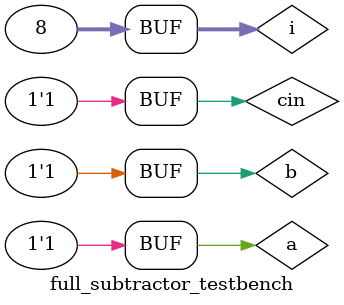
<source format=sv>
`timescale 1ns/10ps

module full_subtractor(cin, a, b, cout, difference);
	output logic cout, difference;
	input logic cin, a, b;
	parameter delay = 5;

	logic differenceNoCarry, cinCheck, inputCarryCheck, inverta, invertedDifferenceNoCarry;
	not #delay (inverta, a);
	and #delay inputCheck (inputCarryCheck, inverta, b);
	xor #delay addAB (differenceNoCarry, a, b);
	not #delay invertanswer (invertedDifferenceNoCarry, differenceNoCarry);
	and #delay cinCheckGate (cinCheck, cin, invertedDifferenceNoCarry);
	xor #delay result (difference, cin, differenceNoCarry);
	or  #delay (cout, cinCheck, inputCarryCheck);
	
endmodule

module full_subtractor_testbench();
	logic cout, difference;
	logic cin, a, b;

	full_subtractor dut (cin, a, b, cout, difference);
	integer i;

 initial begin
	
	for (i=0; i<8; i++) begin
		{cin, a, b} = i; #15;
	end
 end
endmodule

</source>
